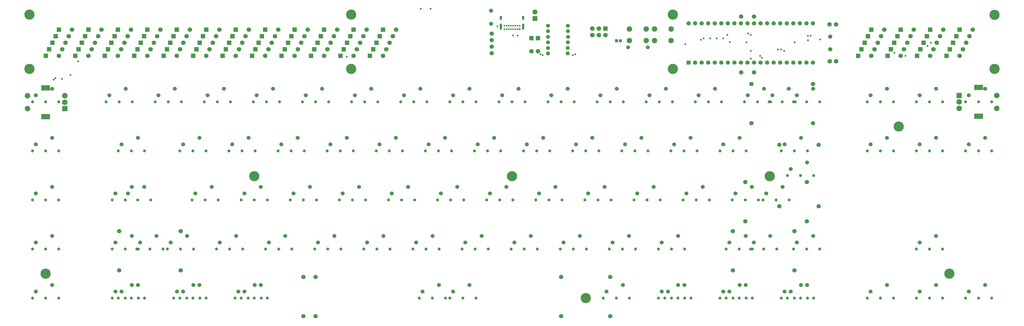
<source format=gbr>
%TF.GenerationSoftware,Altium Limited,Altium Designer,22.1.2 (22)*%
G04 Layer_Color=8388736*
%FSLAX26Y26*%
%MOIN*%
%TF.SameCoordinates,6AB8E791-3C66-40CF-9B94-9E67D8B32DB7*%
%TF.FilePolarity,Negative*%
%TF.FileFunction,Soldermask,Top*%
%TF.Part,Single*%
G01*
G75*
%TA.AperFunction,ComponentPad*%
%ADD23C,0.025591*%
G04:AMPARAMS|DCode=24|XSize=35.433mil|YSize=94.488mil|CornerRadius=17.716mil|HoleSize=0mil|Usage=FLASHONLY|Rotation=180.000|XOffset=0mil|YOffset=0mil|HoleType=Round|Shape=RoundedRectangle|*
%AMROUNDEDRECTD24*
21,1,0.035433,0.059055,0,0,180.0*
21,1,0.000000,0.094488,0,0,180.0*
1,1,0.035433,0.000000,0.029528*
1,1,0.035433,0.000000,0.029528*
1,1,0.035433,0.000000,-0.029528*
1,1,0.035433,0.000000,-0.029528*
%
%ADD24ROUNDEDRECTD24*%
G04:AMPARAMS|DCode=25|XSize=35.433mil|YSize=66.929mil|CornerRadius=17.716mil|HoleSize=0mil|Usage=FLASHONLY|Rotation=180.000|XOffset=0mil|YOffset=0mil|HoleType=Round|Shape=RoundedRectangle|*
%AMROUNDEDRECTD25*
21,1,0.035433,0.031496,0,0,180.0*
21,1,0.000000,0.066929,0,0,180.0*
1,1,0.035433,0.000000,0.015748*
1,1,0.035433,0.000000,0.015748*
1,1,0.035433,0.000000,-0.015748*
1,1,0.035433,0.000000,-0.015748*
%
%ADD25ROUNDEDRECTD25*%
%ADD26R,0.025591X0.025591*%
%ADD45C,0.065906*%
%ADD46C,0.045276*%
%ADD48R,0.068898X0.068898*%
G04:AMPARAMS|DCode=49|XSize=68.898mil|YSize=68.898mil|CornerRadius=34.449mil|HoleSize=0mil|Usage=FLASHONLY|Rotation=0.000|XOffset=0mil|YOffset=0mil|HoleType=Round|Shape=RoundedRectangle|*
%AMROUNDEDRECTD49*
21,1,0.068898,0.000000,0,0,0.0*
21,1,0.000000,0.068898,0,0,0.0*
1,1,0.068898,0.000000,0.000000*
1,1,0.068898,0.000000,0.000000*
1,1,0.068898,0.000000,0.000000*
1,1,0.068898,0.000000,0.000000*
%
%ADD49ROUNDEDRECTD49*%
%ADD50R,0.084646X0.084646*%
%ADD51C,0.084646*%
%ADD52R,0.131890X0.084646*%
%ADD53C,0.155906*%
%ADD54C,0.064961*%
%ADD55R,0.064961X0.064961*%
%ADD56C,0.061024*%
G04:AMPARAMS|DCode=57|XSize=61.024mil|YSize=61.024mil|CornerRadius=30.512mil|HoleSize=0mil|Usage=FLASHONLY|Rotation=180.000|XOffset=0mil|YOffset=0mil|HoleType=Round|Shape=RoundedRectangle|*
%AMROUNDEDRECTD57*
21,1,0.061024,0.000000,0,0,180.0*
21,1,0.000000,0.061024,0,0,180.0*
1,1,0.061024,0.000000,0.000000*
1,1,0.061024,0.000000,0.000000*
1,1,0.061024,0.000000,0.000000*
1,1,0.061024,0.000000,0.000000*
%
%ADD57ROUNDEDRECTD57*%
%ADD58C,0.076772*%
%ADD59R,0.076772X0.076772*%
%ADD60C,0.068898*%
%ADD61C,0.067008*%
%ADD62C,0.059134*%
G04:AMPARAMS|DCode=63|XSize=59.134mil|YSize=59.134mil|CornerRadius=29.567mil|HoleSize=0mil|Usage=FLASHONLY|Rotation=180.000|XOffset=0mil|YOffset=0mil|HoleType=Round|Shape=RoundedRectangle|*
%AMROUNDEDRECTD63*
21,1,0.059134,0.000000,0,0,180.0*
21,1,0.000000,0.059134,0,0,180.0*
1,1,0.059134,0.000000,0.000000*
1,1,0.059134,0.000000,0.000000*
1,1,0.059134,0.000000,0.000000*
1,1,0.059134,0.000000,0.000000*
%
%ADD63ROUNDEDRECTD63*%
%ADD64C,0.082756*%
%ADD65R,0.068898X0.068898*%
G04:AMPARAMS|DCode=66|XSize=68.898mil|YSize=68.898mil|CornerRadius=34.449mil|HoleSize=0mil|Usage=FLASHONLY|Rotation=270.000|XOffset=0mil|YOffset=0mil|HoleType=Round|Shape=RoundedRectangle|*
%AMROUNDEDRECTD66*
21,1,0.068898,0.000000,0,0,270.0*
21,1,0.000000,0.068898,0,0,270.0*
1,1,0.068898,0.000000,0.000000*
1,1,0.068898,0.000000,0.000000*
1,1,0.068898,0.000000,0.000000*
1,1,0.068898,0.000000,0.000000*
%
%ADD66ROUNDEDRECTD66*%
%ADD67R,0.070945X0.070945*%
%ADD68C,0.070945*%
%ADD69C,0.051260*%
%ADD70R,0.051260X0.051260*%
%TA.AperFunction,ViaPad*%
%ADD71C,0.029528*%
%TA.AperFunction,ComponentPad*%
%ADD80C,0.060630*%
D23*
X9031732Y4491536D02*
D03*
X8998268D02*
D03*
X9098662Y4544686D02*
D03*
X9132126D02*
D03*
X9065196D02*
D03*
X8964804D02*
D03*
X9031732D02*
D03*
X8998268D02*
D03*
X8964804Y4491536D02*
D03*
X9098662D02*
D03*
X9065196D02*
D03*
X8931338Y4544686D02*
D03*
X8897874Y4491536D02*
D03*
Y4544686D02*
D03*
X8931338Y4491536D02*
D03*
D24*
X9185276Y4530118D02*
D03*
X8844724D02*
D03*
D25*
X9185276Y4663190D02*
D03*
X8844724D02*
D03*
D26*
X9132126Y4491536D02*
D03*
D45*
X6015250Y106000D02*
D03*
Y706000D02*
D03*
X10515250Y106000D02*
D03*
Y706000D02*
D03*
X12389000Y806000D02*
D03*
Y1406000D02*
D03*
X13329000Y806000D02*
D03*
Y1406000D02*
D03*
X13516500Y2156000D02*
D03*
Y1556000D02*
D03*
X12576500D02*
D03*
Y2156000D02*
D03*
X13610250Y3656000D02*
D03*
Y3056000D02*
D03*
X12670250Y3656000D02*
D03*
Y3056000D02*
D03*
X9765004Y706000D02*
D03*
Y106000D02*
D03*
X5827996Y706000D02*
D03*
Y106000D02*
D03*
X8703976Y4125000D02*
D03*
Y4225000D02*
D03*
Y4325000D02*
D03*
Y4425000D02*
D03*
X3954000Y1406000D02*
D03*
Y806000D02*
D03*
X3014000Y1406000D02*
D03*
Y806000D02*
D03*
X13696500Y2726000D02*
D03*
Y1786000D02*
D03*
X13096500Y2726000D02*
D03*
Y1786000D02*
D03*
D46*
X8065250Y381000D02*
D03*
X8465250D02*
D03*
X8265250D02*
D03*
X12659000Y1131000D02*
D03*
X12859000D02*
D03*
X13059000D02*
D03*
X13315000D02*
D03*
X13715000D02*
D03*
X13515000D02*
D03*
X12485000D02*
D03*
X12685000D02*
D03*
X12285000D02*
D03*
X8265236Y3381000D02*
D03*
X8065236D02*
D03*
X8465236D02*
D03*
X15190250Y1131000D02*
D03*
X15390250D02*
D03*
X15590250D02*
D03*
X12846500Y1881000D02*
D03*
X13246500D02*
D03*
X13046500D02*
D03*
X13340250Y3381000D02*
D03*
X12940250D02*
D03*
X13140250D02*
D03*
X7796500Y381000D02*
D03*
X7996500D02*
D03*
X7596500D02*
D03*
X14840250Y3381000D02*
D03*
X14640250D02*
D03*
X14440250D02*
D03*
X6215250D02*
D03*
X6015250D02*
D03*
X5815250D02*
D03*
X13527750Y381000D02*
D03*
X13327750D02*
D03*
X13127750D02*
D03*
X12590250D02*
D03*
X12390250D02*
D03*
X12190250D02*
D03*
X11652750D02*
D03*
X11452750D02*
D03*
X11252750D02*
D03*
X5277750D02*
D03*
X5077750D02*
D03*
X4877750D02*
D03*
X4340250D02*
D03*
X4140250D02*
D03*
X3940250D02*
D03*
X3402750D02*
D03*
X3202750D02*
D03*
X3002750D02*
D03*
X16340250D02*
D03*
X16140249D02*
D03*
X15940250D02*
D03*
X15590250D02*
D03*
X15390250D02*
D03*
X15190250D02*
D03*
X14840250D02*
D03*
X14640250D02*
D03*
X14440250D02*
D03*
X13621500D02*
D03*
X13421500D02*
D03*
X13221500D02*
D03*
X12684000D02*
D03*
X12484000D02*
D03*
X12284000D02*
D03*
X11746500D02*
D03*
X11546500D02*
D03*
X11346500D02*
D03*
X10809000D02*
D03*
X10609000D02*
D03*
X10409000D02*
D03*
X5184000D02*
D03*
X4984000D02*
D03*
X4784000D02*
D03*
X4246500D02*
D03*
X4046500D02*
D03*
X3846500D02*
D03*
X3309000D02*
D03*
X3109000D02*
D03*
X2909000D02*
D03*
X2090250D02*
D03*
X1890250D02*
D03*
X1690250D02*
D03*
X3309000Y1131000D02*
D03*
X3109000D02*
D03*
X2909000D02*
D03*
X11652750D02*
D03*
X11452750D02*
D03*
X11252750D02*
D03*
X10902750D02*
D03*
X10702750D02*
D03*
X10502750D02*
D03*
X10152750D02*
D03*
X9952750D02*
D03*
X9752750D02*
D03*
X9402750D02*
D03*
X9202750D02*
D03*
X9002750D02*
D03*
X8652750D02*
D03*
X8452750D02*
D03*
X8252750D02*
D03*
X7902750D02*
D03*
X7702750D02*
D03*
X7502750D02*
D03*
X7152750D02*
D03*
X6952750D02*
D03*
X6752750D02*
D03*
X6402750D02*
D03*
X6202750D02*
D03*
X6002750D02*
D03*
X5652750D02*
D03*
X5452750D02*
D03*
X5252750D02*
D03*
X4902750D02*
D03*
X4702750D02*
D03*
X4502750D02*
D03*
X4152750D02*
D03*
X3952750D02*
D03*
X3752750D02*
D03*
X3684000D02*
D03*
X3484000D02*
D03*
X3284000D02*
D03*
X2090250D02*
D03*
X1890250D02*
D03*
X1690250D02*
D03*
X13621500Y2256000D02*
D03*
X13421500D02*
D03*
X13221500D02*
D03*
X12777750Y1881000D02*
D03*
X12577750D02*
D03*
X12377750D02*
D03*
X12027750D02*
D03*
X11827750D02*
D03*
X11627750D02*
D03*
X11277750D02*
D03*
X11077750D02*
D03*
X10877750D02*
D03*
X10527750D02*
D03*
X10327750D02*
D03*
X10127750D02*
D03*
X9777750D02*
D03*
X9577750D02*
D03*
X9377750D02*
D03*
X9027750D02*
D03*
X8827750D02*
D03*
X8627750D02*
D03*
X8277750D02*
D03*
X8077750D02*
D03*
X7877750D02*
D03*
X7527750D02*
D03*
X7327750D02*
D03*
X7127750D02*
D03*
X6777750D02*
D03*
X6577750D02*
D03*
X6377750D02*
D03*
X6027750D02*
D03*
X5827750D02*
D03*
X5627750D02*
D03*
X5277750D02*
D03*
X5077750D02*
D03*
X4877750D02*
D03*
X4527750D02*
D03*
X4327750D02*
D03*
X4127750D02*
D03*
X3496500D02*
D03*
X3296500D02*
D03*
X3109000D02*
D03*
X2909000D02*
D03*
X2090250D02*
D03*
X1890250D02*
D03*
X1690250D02*
D03*
X16340250Y2631000D02*
D03*
X16140249D02*
D03*
X15940250D02*
D03*
X15590250D02*
D03*
X15390250D02*
D03*
X15190250D02*
D03*
X14840250D02*
D03*
X14640250D02*
D03*
X14440250D02*
D03*
X13527750D02*
D03*
X13327750D02*
D03*
X13127750D02*
D03*
X12590250D02*
D03*
X12390250D02*
D03*
X12190250D02*
D03*
X11840250D02*
D03*
X11640250D02*
D03*
X11440250D02*
D03*
X11090250D02*
D03*
X10890250D02*
D03*
X10690250D02*
D03*
X10340250D02*
D03*
X10140250D02*
D03*
X9940250D02*
D03*
X9590250D02*
D03*
X9390250D02*
D03*
X9190250D02*
D03*
X8840250D02*
D03*
X8640250D02*
D03*
X8440250D02*
D03*
X8090250D02*
D03*
X7890250D02*
D03*
X7690250D02*
D03*
X7340250D02*
D03*
X7140250D02*
D03*
X6940250D02*
D03*
X6590250D02*
D03*
X6390250D02*
D03*
X6190250D02*
D03*
X5840250D02*
D03*
X5640250D02*
D03*
X5440250D02*
D03*
X5090250D02*
D03*
X4890250D02*
D03*
X4690250D02*
D03*
X4340250D02*
D03*
X4140250D02*
D03*
X3940250D02*
D03*
X3402750D02*
D03*
X3202750D02*
D03*
X3002750D02*
D03*
X2090250D02*
D03*
X1890250D02*
D03*
X1690250D02*
D03*
X16340250Y3381000D02*
D03*
X16140249D02*
D03*
X15940250D02*
D03*
X15590250D02*
D03*
X15390250D02*
D03*
X15190250D02*
D03*
X13715250D02*
D03*
X13515250D02*
D03*
X13315250D02*
D03*
X12965250D02*
D03*
X12765250D02*
D03*
X12565250D02*
D03*
X12215250D02*
D03*
X12015250D02*
D03*
X11815250D02*
D03*
X11465250D02*
D03*
X11265250D02*
D03*
X11065250D02*
D03*
X10715250D02*
D03*
X10515250D02*
D03*
X10315250D02*
D03*
X9965250D02*
D03*
X9765250D02*
D03*
X9565250D02*
D03*
X9215250D02*
D03*
X9015250D02*
D03*
X8815250D02*
D03*
X7715250D02*
D03*
X7515250D02*
D03*
X7315250D02*
D03*
X6965250D02*
D03*
X6765250D02*
D03*
X6565250D02*
D03*
X5465250D02*
D03*
X5265250D02*
D03*
X5065250D02*
D03*
X4715250D02*
D03*
X4515250D02*
D03*
X4315250D02*
D03*
X3965250D02*
D03*
X3765250D02*
D03*
X3565250D02*
D03*
X3215250D02*
D03*
X3015250D02*
D03*
X2815250D02*
D03*
X2090250D02*
D03*
X1890250D02*
D03*
X1690250D02*
D03*
D48*
X7045000Y4485000D02*
D03*
X15850000D02*
D03*
X15250000Y4185000D02*
D03*
X15200000Y4085000D02*
D03*
X14950000Y4485000D02*
D03*
X14900000Y4385000D02*
D03*
X14850000Y4285000D02*
D03*
X6995000Y4385000D02*
D03*
X6595000Y4485000D02*
D03*
X4145000Y4085000D02*
D03*
X2445000Y4285000D02*
D03*
X2395000Y4185000D02*
D03*
X2345000Y4085000D02*
D03*
X2095000Y4485000D02*
D03*
X15300000Y4285000D02*
D03*
X14800000Y4185000D02*
D03*
X6395000Y4085000D02*
D03*
X5995000Y4185000D02*
D03*
X5595000Y4285000D02*
D03*
X5195000Y4385000D02*
D03*
X4795000Y4485000D02*
D03*
X4595000Y4085000D02*
D03*
X4195000Y4185000D02*
D03*
X3745000D02*
D03*
X3345000Y4285000D02*
D03*
X2945000Y4385000D02*
D03*
X2545000Y4485000D02*
D03*
X2495000Y4385000D02*
D03*
X2045000D02*
D03*
X14750000Y4085000D02*
D03*
X6845000D02*
D03*
X6445000Y4185000D02*
D03*
X6045000Y4285000D02*
D03*
X5645000Y4385000D02*
D03*
X5245000Y4485000D02*
D03*
X5045000Y4085000D02*
D03*
X4645000Y4185000D02*
D03*
X4245000Y4285000D02*
D03*
X3795000D02*
D03*
X3395000Y4385000D02*
D03*
X2995000Y4485000D02*
D03*
X2795000Y4085000D02*
D03*
X1995000Y4285000D02*
D03*
X15650000Y4085000D02*
D03*
X15400000Y4485000D02*
D03*
X15350000Y4385000D02*
D03*
X14500000Y4485000D02*
D03*
X14450000Y4385000D02*
D03*
X6895000Y4185000D02*
D03*
X6495000Y4285000D02*
D03*
X6095000Y4385000D02*
D03*
X5695000Y4485000D02*
D03*
X5495000Y4085000D02*
D03*
X5095000Y4185000D02*
D03*
X4695000Y4285000D02*
D03*
X4295000Y4385000D02*
D03*
X3845000D02*
D03*
X3445000Y4485000D02*
D03*
X3245000Y4085000D02*
D03*
X2845000Y4185000D02*
D03*
X1945000D02*
D03*
X15800000Y4385000D02*
D03*
X15750000Y4285000D02*
D03*
X15700000Y4185000D02*
D03*
X14350000D02*
D03*
X14300000Y4085000D02*
D03*
X14400000Y4285000D02*
D03*
X6945000D02*
D03*
X6545000Y4385000D02*
D03*
X6145000Y4485000D02*
D03*
X5945000Y4085000D02*
D03*
X5545000Y4185000D02*
D03*
X5145000Y4285000D02*
D03*
X4745000Y4385000D02*
D03*
X4345000Y4485000D02*
D03*
X3895000D02*
D03*
X3695000Y4085000D02*
D03*
X3295000Y4185000D02*
D03*
X2895000Y4285000D02*
D03*
X1895000Y4085000D02*
D03*
D49*
X7245000Y4485000D02*
D03*
X16049999D02*
D03*
X15450000Y4185000D02*
D03*
X15400000Y4085000D02*
D03*
X15150000Y4485000D02*
D03*
X15100000Y4385000D02*
D03*
X15050000Y4285000D02*
D03*
X7195000Y4385000D02*
D03*
X6795000Y4485000D02*
D03*
X4345000Y4085000D02*
D03*
X2645000Y4285000D02*
D03*
X2595000Y4185000D02*
D03*
X2545000Y4085000D02*
D03*
X2295000Y4485000D02*
D03*
X15500000Y4285000D02*
D03*
X15000000Y4185000D02*
D03*
X6595000Y4085000D02*
D03*
X6195000Y4185000D02*
D03*
X5795000Y4285000D02*
D03*
X5395000Y4385000D02*
D03*
X4995000Y4485000D02*
D03*
X4795000Y4085000D02*
D03*
X4395000Y4185000D02*
D03*
X3945000D02*
D03*
X3545000Y4285000D02*
D03*
X3145000Y4385000D02*
D03*
X2745000Y4485000D02*
D03*
X2695000Y4385000D02*
D03*
X2245000D02*
D03*
X14950000Y4085000D02*
D03*
X7045000D02*
D03*
X6645000Y4185000D02*
D03*
X6245000Y4285000D02*
D03*
X5845000Y4385000D02*
D03*
X5445000Y4485000D02*
D03*
X5245000Y4085000D02*
D03*
X4845000Y4185000D02*
D03*
X4445000Y4285000D02*
D03*
X3995000D02*
D03*
X3595000Y4385000D02*
D03*
X3195000Y4485000D02*
D03*
X2995000Y4085000D02*
D03*
X2195000Y4285000D02*
D03*
X15850000Y4085000D02*
D03*
X15600000Y4485000D02*
D03*
X15550000Y4385000D02*
D03*
X14700000Y4485000D02*
D03*
X14650000Y4385000D02*
D03*
X7095000Y4185000D02*
D03*
X6695000Y4285000D02*
D03*
X6295000Y4385000D02*
D03*
X5895000Y4485000D02*
D03*
X5695000Y4085000D02*
D03*
X5295000Y4185000D02*
D03*
X4895000Y4285000D02*
D03*
X4495000Y4385000D02*
D03*
X4045000D02*
D03*
X3645000Y4485000D02*
D03*
X3445000Y4085000D02*
D03*
X3045000Y4185000D02*
D03*
X2145000D02*
D03*
X16000000Y4385000D02*
D03*
X15950000Y4285000D02*
D03*
X15900000Y4185000D02*
D03*
X14550000D02*
D03*
X14500000Y4085000D02*
D03*
X14600000Y4285000D02*
D03*
X7145000D02*
D03*
X6745000Y4385000D02*
D03*
X6345000Y4485000D02*
D03*
X6145000Y4085000D02*
D03*
X5745000Y4185000D02*
D03*
X5345000Y4285000D02*
D03*
X4945000Y4385000D02*
D03*
X4545000Y4485000D02*
D03*
X4095000D02*
D03*
X3895000Y4085000D02*
D03*
X3495000Y4185000D02*
D03*
X3095000Y4285000D02*
D03*
X2095000Y4085000D02*
D03*
D50*
X2185276Y3276102D02*
D03*
X15846134Y3478850D02*
D03*
D51*
X2185276Y3374528D02*
D03*
Y3472953D02*
D03*
X1614409Y3276102D02*
D03*
X1614409Y3472953D02*
D03*
X16417000Y3282000D02*
D03*
X15846134D02*
D03*
Y3380426D02*
D03*
X16417000Y3478850D02*
D03*
D52*
X1890000Y3154055D02*
D03*
Y3595000D02*
D03*
X16141411Y3159954D02*
D03*
Y3600898D02*
D03*
D53*
X9015000Y2245000D02*
D03*
X5077992D02*
D03*
X12952008D02*
D03*
X14920512Y3005000D02*
D03*
X1645000Y3885000D02*
D03*
Y4715000D02*
D03*
X16385000Y3885000D02*
D03*
X11471654D02*
D03*
X6558330Y4715000D02*
D03*
Y3885000D02*
D03*
X1890000Y755000D02*
D03*
X10140000Y380000D02*
D03*
X15695000Y755000D02*
D03*
X11471660Y4715000D02*
D03*
X16385000Y4712500D02*
D03*
D54*
X12010000Y3980000D02*
D03*
X11910000D02*
D03*
X11810000D02*
D03*
X12410000D02*
D03*
X12310000D02*
D03*
X12210000D02*
D03*
X12110000D02*
D03*
X11710000Y4580000D02*
D03*
X11910000D02*
D03*
X11810000D02*
D03*
X12410000D02*
D03*
X12110000D02*
D03*
X12010000D02*
D03*
X12310000D02*
D03*
X12210000D02*
D03*
X12910000Y3980000D02*
D03*
X13110000D02*
D03*
X13010000D02*
D03*
X12610000D02*
D03*
X12510000D02*
D03*
X12810000D02*
D03*
X12710000D02*
D03*
X13410000D02*
D03*
X13610000D02*
D03*
X13510000D02*
D03*
X13310000D02*
D03*
X13210000D02*
D03*
X12910000Y4580000D02*
D03*
X12610000D02*
D03*
X12510000D02*
D03*
X12810000D02*
D03*
X12710000D02*
D03*
X13410000D02*
D03*
X13610000D02*
D03*
X13510000D02*
D03*
X13110000D02*
D03*
X13010000D02*
D03*
X13310000D02*
D03*
X13210000D02*
D03*
X13875000Y4185000D02*
D03*
Y4377126D02*
D03*
D55*
X11710000Y3980000D02*
D03*
D56*
X9865000Y4120000D02*
D03*
X8695000Y4775394D02*
D03*
Y4574606D02*
D03*
D57*
X9565000Y4120000D02*
D03*
D58*
X9365000Y4755000D02*
D03*
D59*
Y4655000D02*
D03*
D60*
X13963426Y4565000D02*
D03*
X13865000D02*
D03*
X13965000Y4000000D02*
D03*
X13866574D02*
D03*
D61*
X12710000Y4685000D02*
D03*
X12513150D02*
D03*
X12711850Y3830000D02*
D03*
X12515000D02*
D03*
D62*
X9870000Y4375000D02*
D03*
X9565000Y4290000D02*
D03*
X9865000Y4205000D02*
D03*
X9867000Y4545000D02*
D03*
X9867000Y4460000D02*
D03*
X10787000Y4214000D02*
D03*
D63*
X9565000Y4375000D02*
D03*
X9867500Y4290000D02*
D03*
X9565000Y4205000D02*
D03*
Y4545000D02*
D03*
X9565000Y4460000D02*
D03*
X11087000Y4214000D02*
D03*
D64*
X11065000Y4495000D02*
D03*
Y4317834D02*
D03*
X10809094Y4495000D02*
D03*
Y4317834D02*
D03*
X11445906Y4495001D02*
D03*
Y4317834D02*
D03*
X11190000Y4495001D02*
D03*
Y4317834D02*
D03*
D65*
X9310000Y4355000D02*
D03*
X9410000D02*
D03*
D66*
X9310000Y4155000D02*
D03*
X9410000Y4155000D02*
D03*
D67*
X10440000Y4500000D02*
D03*
D68*
X10340000Y4500000D02*
D03*
X10440000Y4400000D02*
D03*
X10340000Y4400000D02*
D03*
X10240000Y4500000D02*
D03*
X10240000Y4400000D02*
D03*
D69*
X10670000Y4315000D02*
D03*
D70*
X10610944D02*
D03*
D71*
X15360000Y4235000D02*
D03*
X15025000Y4085000D02*
D03*
X15410000Y4285000D02*
D03*
X2270000Y3790000D02*
D03*
X7620000Y4805000D02*
D03*
X7770000D02*
D03*
X2015000Y3720000D02*
D03*
X2040000Y3745000D02*
D03*
X2140000Y3730000D02*
D03*
X9100000Y4395000D02*
D03*
X9030000D02*
D03*
X13721778Y4332817D02*
D03*
X13170000Y4160000D02*
D03*
X11900000Y4330000D02*
D03*
X12594599Y4291569D02*
D03*
X12620000Y4425000D02*
D03*
X12305000Y4405000D02*
D03*
X13575000Y4390000D02*
D03*
X13535000D02*
D03*
X12660000Y4405000D02*
D03*
X13330000Y4290000D02*
D03*
X13535423Y4320423D02*
D03*
X12340000Y4295000D02*
D03*
X13075000Y4180000D02*
D03*
X13125000D02*
D03*
X12660000Y4160000D02*
D03*
Y4040000D02*
D03*
X12240000Y4350000D02*
D03*
X12140000D02*
D03*
X12040000D02*
D03*
X11939936Y4350064D02*
D03*
X11660000Y4260000D02*
D03*
X12830000Y4055000D02*
D03*
X12804738Y4084625D02*
D03*
X9980000Y4106811D02*
D03*
X9450000Y4110000D02*
D03*
X9945000Y4095000D02*
D03*
X9480000D02*
D03*
X14855000Y4130000D02*
D03*
X8790000Y4535000D02*
D03*
X6490000Y4070000D02*
D03*
X2387000Y4000189D02*
D03*
D80*
X8115250Y481000D02*
D03*
X8365250Y581000D02*
D03*
X12709000Y1231000D02*
D03*
X12959000Y1331000D02*
D03*
X13615000D02*
D03*
X13365000Y1231000D02*
D03*
X12335000D02*
D03*
X12585000Y1331000D02*
D03*
X8365236Y3581000D02*
D03*
X8115236Y3481000D02*
D03*
X15240250Y1231000D02*
D03*
X15490250Y1331000D02*
D03*
X13146500Y2081000D02*
D03*
X12896500Y1981000D02*
D03*
X13240250Y3581000D02*
D03*
X12990250Y3481000D02*
D03*
X7896500Y581000D02*
D03*
X7646500Y481000D02*
D03*
X14740250Y3581000D02*
D03*
X14490250Y3481000D02*
D03*
X6115250Y3581000D02*
D03*
X5865250Y3481000D02*
D03*
X13427750Y581000D02*
D03*
X13177750Y481000D02*
D03*
X12490250Y581000D02*
D03*
X12240250Y481000D02*
D03*
X11552750Y581000D02*
D03*
X11302750Y481000D02*
D03*
X5177750Y581000D02*
D03*
X4927750Y481000D02*
D03*
X4240250Y581000D02*
D03*
X3990250Y481000D02*
D03*
X3302750Y581000D02*
D03*
X3052750Y481000D02*
D03*
X16240250Y581000D02*
D03*
X15990250Y481000D02*
D03*
X15490250Y581000D02*
D03*
X15240250Y481000D02*
D03*
X14740250Y581000D02*
D03*
X14490250Y481000D02*
D03*
X13521500Y581000D02*
D03*
X13271500Y481000D02*
D03*
X12584000Y581000D02*
D03*
X12334000Y481000D02*
D03*
X11646500Y581000D02*
D03*
X11396500Y481000D02*
D03*
X10709000Y581000D02*
D03*
X10459000Y481000D02*
D03*
X5084000Y581000D02*
D03*
X4834000Y481000D02*
D03*
X4146500Y581000D02*
D03*
X3896500Y481000D02*
D03*
X3209000Y581000D02*
D03*
X2959000Y481000D02*
D03*
X1990250Y581000D02*
D03*
X1740250Y481000D02*
D03*
X3209000Y1331000D02*
D03*
X2959000Y1231000D02*
D03*
X11552750Y1331000D02*
D03*
X11302750Y1231000D02*
D03*
X10802750Y1331000D02*
D03*
X10552750Y1231000D02*
D03*
X10052750Y1331000D02*
D03*
X9802750Y1231000D02*
D03*
X9302750Y1331000D02*
D03*
X9052750Y1231000D02*
D03*
X8552750Y1331000D02*
D03*
X8302750Y1231000D02*
D03*
X7802750Y1331000D02*
D03*
X7552750Y1231000D02*
D03*
X7052750Y1331000D02*
D03*
X6802750Y1231000D02*
D03*
X6302750Y1331000D02*
D03*
X6052750Y1231000D02*
D03*
X5552750Y1331000D02*
D03*
X5302750Y1231000D02*
D03*
X4802750Y1331000D02*
D03*
X4552750Y1231000D02*
D03*
X4052750Y1331000D02*
D03*
X3802750Y1231000D02*
D03*
X3584000Y1331000D02*
D03*
X3334000Y1231000D02*
D03*
X1990250Y1331000D02*
D03*
X1740250Y1231000D02*
D03*
X13521500Y2456000D02*
D03*
X13271500Y2356000D02*
D03*
X12677750Y2081000D02*
D03*
X12427750Y1981000D02*
D03*
X11927750Y2081000D02*
D03*
X11677750Y1981000D02*
D03*
X11177750Y2081000D02*
D03*
X10927750Y1981000D02*
D03*
X10427750Y2081000D02*
D03*
X10177750Y1981000D02*
D03*
X9677750Y2081000D02*
D03*
X9427750Y1981000D02*
D03*
X8927750Y2081000D02*
D03*
X8677750Y1981000D02*
D03*
X8177750Y2081000D02*
D03*
X7927750Y1981000D02*
D03*
X7427750Y2081000D02*
D03*
X7177750Y1981000D02*
D03*
X6677750Y2081000D02*
D03*
X6427750Y1981000D02*
D03*
X5927750Y2081000D02*
D03*
X5677750Y1981000D02*
D03*
X5177750Y2081000D02*
D03*
X4927750Y1981000D02*
D03*
X4427750Y2081000D02*
D03*
X4177750Y1981000D02*
D03*
X3209000Y2081000D02*
D03*
X3396500D02*
D03*
X3146500Y1981000D02*
D03*
X2959000D02*
D03*
X1990250Y2081000D02*
D03*
X1740250Y1981000D02*
D03*
X16240250Y2831000D02*
D03*
X15990250Y2731000D02*
D03*
X15490250Y2831000D02*
D03*
X15240250Y2731000D02*
D03*
X14740250Y2831000D02*
D03*
X14490250Y2731000D02*
D03*
X13427750Y2831000D02*
D03*
X13177750Y2731000D02*
D03*
X12490250Y2831000D02*
D03*
X12240250Y2731000D02*
D03*
X11740250Y2831000D02*
D03*
X11490250Y2731000D02*
D03*
X10990250Y2831000D02*
D03*
X10740250Y2731000D02*
D03*
X10240250Y2831000D02*
D03*
X9990250Y2731000D02*
D03*
X9490250Y2831000D02*
D03*
X9240250Y2731000D02*
D03*
X8740250Y2831000D02*
D03*
X8490250Y2731000D02*
D03*
X7990250Y2831000D02*
D03*
X7740250Y2731000D02*
D03*
X7240250Y2831000D02*
D03*
X6990250Y2731000D02*
D03*
X6490250Y2831000D02*
D03*
X6240250Y2731000D02*
D03*
X5740250Y2831000D02*
D03*
X5490250Y2731000D02*
D03*
X4990250Y2831000D02*
D03*
X4740250Y2731000D02*
D03*
X4240250Y2831000D02*
D03*
X3990250Y2731000D02*
D03*
X3302750Y2831000D02*
D03*
X3052750Y2731000D02*
D03*
X1990250Y2831000D02*
D03*
X1740250Y2731000D02*
D03*
X16240250Y3581000D02*
D03*
X15990250Y3481000D02*
D03*
X15490250Y3581000D02*
D03*
X15240250Y3481000D02*
D03*
X13615250Y3581000D02*
D03*
X13365250Y3481000D02*
D03*
X12865250Y3581000D02*
D03*
X12615250Y3481000D02*
D03*
X12115250Y3581000D02*
D03*
X11865250Y3481000D02*
D03*
X11365250Y3581000D02*
D03*
X11115250Y3481000D02*
D03*
X10615250Y3581000D02*
D03*
X10365250Y3481000D02*
D03*
X9865250Y3581000D02*
D03*
X9615250Y3481000D02*
D03*
X9115250Y3581000D02*
D03*
X8865250Y3481000D02*
D03*
X7615250Y3581000D02*
D03*
X7365250Y3481000D02*
D03*
X6865250Y3581000D02*
D03*
X6615250Y3481000D02*
D03*
X5365250Y3581000D02*
D03*
X5115250Y3481000D02*
D03*
X4615250Y3581000D02*
D03*
X4365250Y3481000D02*
D03*
X3865250Y3581000D02*
D03*
X3615250Y3481000D02*
D03*
X3115250Y3581000D02*
D03*
X2865250Y3481000D02*
D03*
X1990250Y3581000D02*
D03*
X1740250Y3481000D02*
D03*
%TF.MD5,5791b1709b8ab016e7b8db1a1d240d1d*%
M02*

</source>
